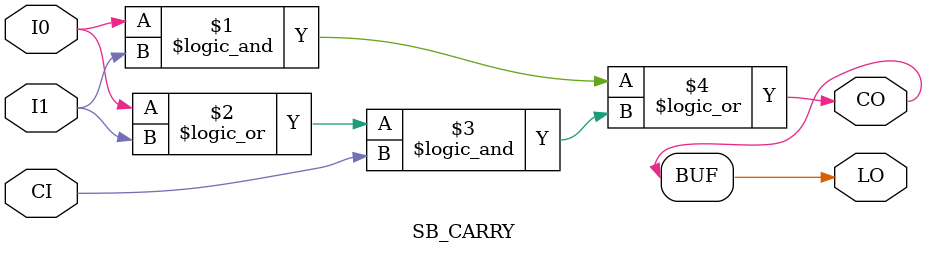
<source format=v>
module SB_CARRY (CO, LO, I0, I1, CI);
	output wire CO;
	output wire LO;
	input wire I0;
	input wire I1;
	input wire CI;

	assign CO = (I0 && I1) || ((I0 || I1) && CI);
	assign LO = CO;
endmodule

</source>
